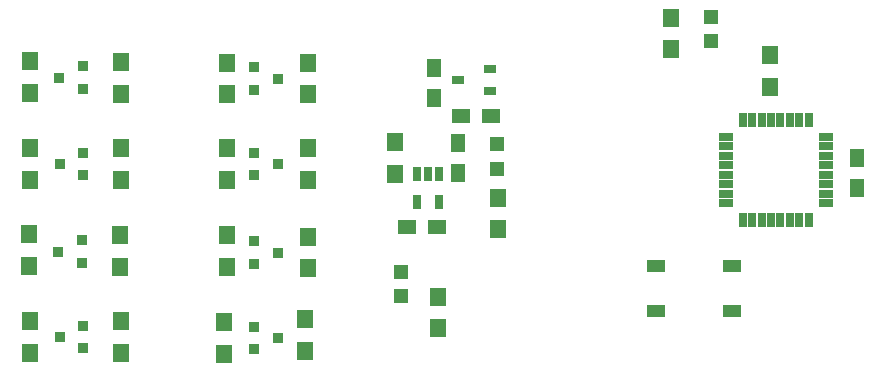
<source format=gtp>
G04 #@! TF.FileFunction,Paste,Top*
%FSLAX46Y46*%
G04 Gerber Fmt 4.6, Leading zero omitted, Abs format (unit mm)*
G04 Created by KiCad (PCBNEW 4.0.0-2.201512072331+6194~38~ubuntu14.04.1-stable) date Sun 31 Jul 2016 10:05:07 AM CEST*
%MOMM*%
G01*
G04 APERTURE LIST*
%ADD10C,0.100000*%
%ADD11R,1.300800X1.550800*%
%ADD12R,1.550800X1.300800*%
%ADD13R,1.250800X0.650800*%
%ADD14R,0.650800X1.250800*%
%ADD15R,0.950800X0.850800*%
%ADD16R,1.350800X1.550800*%
%ADD17R,1.050800X0.650800*%
%ADD18R,1.249680X1.249680*%
%ADD19R,1.650800X1.050800*%
G04 APERTURE END LIST*
D10*
D11*
X151638000Y-84602000D03*
X151638000Y-87102000D03*
X149606000Y-78252000D03*
X149606000Y-80752000D03*
D12*
X154412000Y-82296000D03*
X151912000Y-82296000D03*
X149840000Y-91694000D03*
X147340000Y-91694000D03*
D11*
X185420000Y-88372000D03*
X185420000Y-85872000D03*
D13*
X174312000Y-84068000D03*
X174312000Y-84868000D03*
X174312000Y-85668000D03*
X174312000Y-86468000D03*
X174312000Y-87268000D03*
X174312000Y-88068000D03*
X174312000Y-88868000D03*
X174312000Y-89668000D03*
D14*
X175762000Y-91118000D03*
X176562000Y-91118000D03*
X177362000Y-91118000D03*
X178162000Y-91118000D03*
X178962000Y-91118000D03*
X179762000Y-91118000D03*
X180562000Y-91118000D03*
X181362000Y-91118000D03*
D13*
X182812000Y-89668000D03*
X182812000Y-88868000D03*
X182812000Y-88068000D03*
X182812000Y-87268000D03*
X182812000Y-86468000D03*
X182812000Y-85668000D03*
X182812000Y-84868000D03*
X182812000Y-84068000D03*
D14*
X181362000Y-82618000D03*
X180562000Y-82618000D03*
X179762000Y-82618000D03*
X178962000Y-82618000D03*
X178162000Y-82618000D03*
X177362000Y-82618000D03*
X176562000Y-82618000D03*
X175762000Y-82618000D03*
D15*
X134381240Y-78171000D03*
X134381240Y-80071000D03*
X136380220Y-79121000D03*
X134381240Y-85410000D03*
X134381240Y-87310000D03*
X136380220Y-86360000D03*
X119872760Y-79994800D03*
X119872760Y-78094800D03*
X117873780Y-79044800D03*
X119796560Y-94726800D03*
X119796560Y-92826800D03*
X117797580Y-93776800D03*
X119923560Y-101965800D03*
X119923560Y-100065800D03*
X117924580Y-101015800D03*
X119923560Y-87310000D03*
X119923560Y-85410000D03*
X117924580Y-86360000D03*
X134381240Y-92903000D03*
X134381240Y-94803000D03*
X136380220Y-93853000D03*
X134381240Y-100142000D03*
X134381240Y-102042000D03*
X136380220Y-101092000D03*
D16*
X146304000Y-87202000D03*
X146304000Y-84502000D03*
X132080000Y-77771000D03*
X132080000Y-80471000D03*
X138938000Y-77771000D03*
X138938000Y-80471000D03*
X132080000Y-85010000D03*
X132080000Y-87710000D03*
X138938000Y-85010000D03*
X138938000Y-87710000D03*
X123139200Y-80394800D03*
X123139200Y-77694800D03*
X115417600Y-80344000D03*
X115417600Y-77644000D03*
X123012200Y-95076000D03*
X123012200Y-92376000D03*
X115341400Y-95025200D03*
X115341400Y-92325200D03*
X123139200Y-102365800D03*
X123139200Y-99665800D03*
X115417600Y-102365800D03*
X115417600Y-99665800D03*
X123139200Y-87710000D03*
X123139200Y-85010000D03*
X115417600Y-87710000D03*
X115417600Y-85010000D03*
X132080000Y-92376000D03*
X132080000Y-95076000D03*
X138938000Y-92503000D03*
X138938000Y-95203000D03*
X131826000Y-99742000D03*
X131826000Y-102442000D03*
X138684000Y-99488000D03*
X138684000Y-102188000D03*
X178054000Y-77136000D03*
X178054000Y-79836000D03*
D17*
X154385000Y-80198000D03*
X154385000Y-78298000D03*
X151685000Y-79248000D03*
D14*
X150048000Y-87242000D03*
X149098000Y-87242000D03*
X148148000Y-87242000D03*
X148148000Y-89542000D03*
X150048000Y-89542000D03*
D18*
X154940000Y-84675980D03*
X154940000Y-86774020D03*
X146812000Y-95470980D03*
X146812000Y-97569020D03*
X173101000Y-75979020D03*
X173101000Y-73880980D03*
D16*
X155067000Y-89201000D03*
X155067000Y-91901000D03*
X149987000Y-97583000D03*
X149987000Y-100283000D03*
X169672000Y-76661000D03*
X169672000Y-73961000D03*
D19*
X174853200Y-98775600D03*
X168453200Y-98775600D03*
X174853200Y-94975600D03*
X168453200Y-94975600D03*
M02*

</source>
